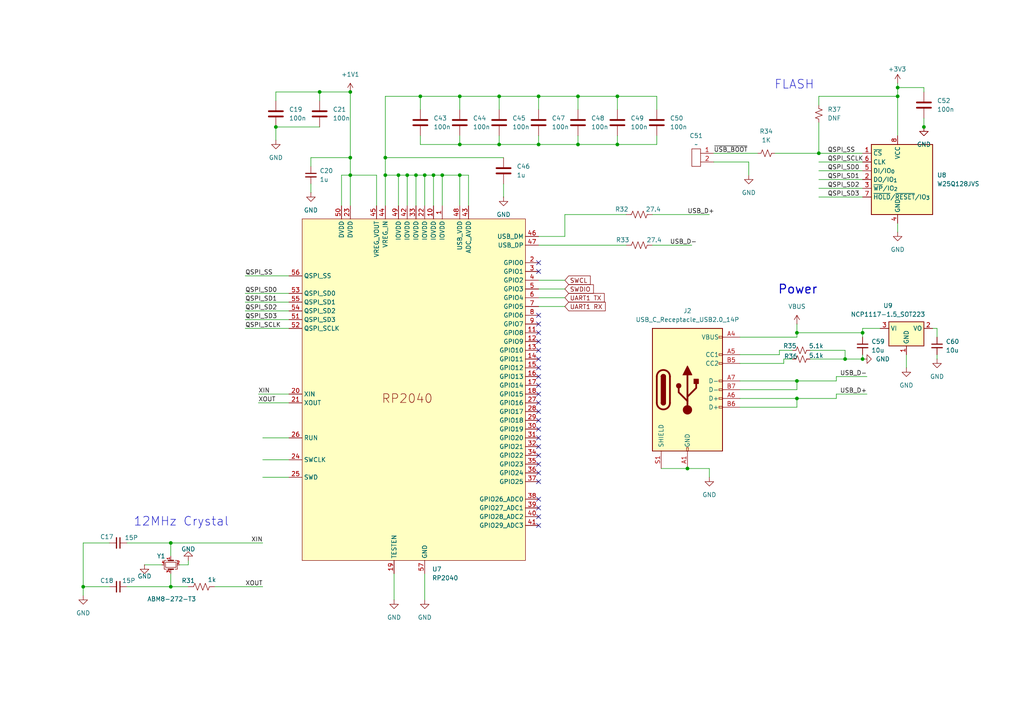
<source format=kicad_sch>
(kicad_sch (version 20250114) (generator "eeschema") (generator_version "9.0")
  (paper "A4")
  (lib_symbols
    (symbol "Connector:USB_C_Receptacle_USB2.0_14P" (pin_names (offset 1.016))
      (property "Reference" "J" (at 0 22.225 0))
      (property "Value" "USB_C_Receptacle_USB2.0_14P" (at 0 19.685 0))
      (symbol "USB_C_Receptacle_USB2.0_14P_0_0"
        (rectangle (start -0.254 -17.78) (end 0.254 -16.764))
        (rectangle (start 10.16 15.494) (end 9.144 14.986))
        (rectangle (start 10.16 10.414) (end 9.144 9.906))
        (rectangle (start 10.16 7.874) (end 9.144 7.366))
        (rectangle (start 10.16 2.794) (end 9.144 2.286))
        (rectangle (start 10.16 0.254) (end 9.144 -0.254))
        (rectangle (start 10.16 -2.286) (end 9.144 -2.794))
        (rectangle (start 10.16 -4.826) (end 9.144 -5.334))
      )
      (symbol "USB_C_Receptacle_USB2.0_14P_0_1"
        (rectangle (start -10.16 17.78) (end 10.16 -17.78) (stroke (width 0.254)) (fill (type background)))
        (polyline (pts (xy -8.89 -3.81) (xy -8.89 3.81)) (stroke (width 0.508)))
        (rectangle (start -7.62 -3.81) (end -6.35 3.81) (stroke (width 0.254)) (fill (type outline)))
        (arc (start -7.62 3.81) (mid -6.985 4.4423) (end -6.35 3.81) (stroke (width 0.254)))
        (arc (start -7.62 3.81) (mid -6.985 4.4423) (end -6.35 3.81) (stroke (width 0.254)) (fill (type outline)))
        (arc (start -8.89 3.81) (mid -6.985 5.7067) (end -5.08 3.81) (stroke (width 0.508)))
        (arc (start -5.08 -3.81) (mid -6.985 -5.7067) (end -8.89 -3.81) (stroke (width 0.508)))
        (arc (start -6.35 -3.81) (mid -6.985 -4.4423) (end -7.62 -3.81) (stroke (width 0.254)))
        (arc (start -6.35 -3.81) (mid -6.985 -4.4423) (end -7.62 -3.81) (stroke (width 0.254)) (fill (type outline)))
        (polyline (pts (xy -5.08 3.81) (xy -5.08 -3.81)) (stroke (width 0.508)))
        (circle (center -2.54 1.143) (radius 0.635) (stroke (width 0.254)) (fill (type outline)))
        (polyline (pts (xy -1.27 4.318) (xy 0 6.858) (xy 1.27 4.318) (xy -1.27 4.318)) (stroke (width 0.254)) (fill (type outline)))
        (polyline (pts (xy 0 -2.032) (xy 2.54 0.508) (xy 2.54 1.778)) (stroke (width 0.508)))
        (polyline (pts (xy 0 -3.302) (xy -2.54 -0.762) (xy -2.54 0.508)) (stroke (width 0.508)))
        (polyline (pts (xy 0 -5.842) (xy 0 4.318)) (stroke (width 0.508)))
        (circle (center 0 -5.842) (radius 1.27) (fill (type outline)))
        (rectangle (start 1.905 1.778) (end 3.175 3.048) (stroke (width 0.254)) (fill (type outline)))
      )
      (symbol "USB_C_Receptacle_USB2.0_14P_1_1"
        (pin passive line (at -7.62 -22.86 90) (length 5.08) (name "SHIELD") (number "S1"))
        (pin passive line (at 0 -22.86 90) (length 5.08) (name "GND") (number "A1"))
        (pin passive line (at 0 -22.86 90) (length 5.08) (hide yes) (name "GND") (number "A12"))
        (pin passive line (at 0 -22.86 90) (length 5.08) (hide yes) (name "GND") (number "B1"))
        (pin passive line (at 0 -22.86 90) (length 5.08) (hide yes) (name "GND") (number "B12"))
        (pin passive line (at 15.24 15.24 180) (length 5.08) (name "VBUS") (number "A4"))
        (pin passive line (at 15.24 15.24 180) (length 5.08) (hide yes) (name "VBUS") (number "A9"))
        (pin passive line (at 15.24 15.24 180) (length 5.08) (hide yes) (name "VBUS") (number "B4"))
        (pin passive line (at 15.24 15.24 180) (length 5.08) (hide yes) (name "VBUS") (number "B9"))
        (pin bidirectional line (at 15.24 10.16 180) (length 5.08) (name "CC1") (number "A5"))
        (pin bidirectional line (at 15.24 7.62 180) (length 5.08) (name "CC2") (number "B5"))
        (pin bidirectional line (at 15.24 2.54 180) (length 5.08) (name "D-") (number "A7"))
        (pin bidirectional line (at 15.24 0 180) (length 5.08) (name "D-") (number "B7"))
        (pin bidirectional line (at 15.24 -2.54 180) (length 5.08) (name "D+") (number "A6"))
        (pin bidirectional line (at 15.24 -5.08 180) (length 5.08) (name "D+") (number "B6"))
      )
    )
    (symbol "Device:C" (pin_numbers (hide yes)) (pin_names (offset 0.254))
      (property "Reference" "C" (at 0.635 2.54 0))
      (property "Value" "C" (at 0.635 -2.54 0))
      (symbol "C_0_1"
        (polyline (pts (xy -2.032 0.762) (xy 2.032 0.762)) (stroke (width 0.508)))
        (polyline (pts (xy -2.032 -0.762) (xy 2.032 -0.762)) (stroke (width 0.508)))
      )
      (symbol "C_1_1"
        (pin passive line (at 0 3.81 270) (length 2.794) (name "~") (number "1"))
        (pin passive line (at 0 -3.81 90) (length 2.794) (name "~") (number "2"))
      )
    )
    (symbol "Device:C_Small" (pin_numbers (hide yes)) (pin_names (offset 0.254) (hide yes))
      (property "Reference" "C" (at 0.254 1.778 0))
      (property "Value" "C_Small" (at 0.254 -2.032 0))
      (symbol "C_Small_0_1"
        (polyline (pts (xy -1.524 0.508) (xy 1.524 0.508)) (stroke (width 0.3048)))
        (polyline (pts (xy -1.524 -0.508) (xy 1.524 -0.508)) (stroke (width 0.3302)))
      )
      (symbol "C_Small_1_1"
        (pin passive line (at 0 2.54 270) (length 2.032) (name "~") (number "1"))
        (pin passive line (at 0 -2.54 90) (length 2.032) (name "~") (number "2"))
      )
    )
    (symbol "Device:Crystal_GND24_Small" (pin_names (offset 1.016) (hide yes))
      (property "Reference" "Y" (at 1.27 4.445 0))
      (property "Value" "Crystal_GND24_Small" (at 1.27 2.54 0))
      (symbol "Crystal_GND24_Small_0_1"
        (polyline (pts (xy -1.27 1.27) (xy -1.27 1.905) (xy 1.27 1.905) (xy 1.27 1.27)))
        (polyline (pts (xy -1.27 -0.762) (xy -1.27 0.762)) (stroke (width 0.381)))
        (polyline (pts (xy -1.27 -1.27) (xy -1.27 -1.905) (xy 1.27 -1.905) (xy 1.27 -1.27)))
        (rectangle (start -0.762 -1.524) (end 0.762 1.524))
        (polyline (pts (xy 1.27 -0.762) (xy 1.27 0.762)) (stroke (width 0.381)))
      )
      (symbol "Crystal_GND24_Small_1_1"
        (pin passive line (at -2.54 0 0) (length 1.27) (name "1") (number "1"))
        (pin passive line (at 0 2.54 270) (length 0.635) (name "4") (number "4"))
        (pin passive line (at 0 -2.54 90) (length 0.635) (name "2") (number "2"))
        (pin passive line (at 2.54 0 180) (length 1.27) (name "3") (number "3"))
      )
    )
    (symbol "Device:R_Small_US" (pin_numbers (hide yes)) (pin_names (offset 0.254) (hide yes))
      (property "Reference" "R" (at 0.762 0.508 0))
      (property "Value" "R_Small_US" (at 0.762 -1.016 0))
      (symbol "R_Small_US_1_1"
        (polyline (pts (xy 0 1.524) (xy 1.016 1.143) (xy 0 0.762) (xy -1.016 0.381) (xy 0 0)))
        (polyline (pts (xy 0 0) (xy 1.016 -0.381) (xy 0 -0.762) (xy -1.016 -1.143) (xy 0 -1.524)))
        (pin passive line (at 0 2.54 270) (length 1.016) (name "~") (number "1"))
        (pin passive line (at 0 -2.54 90) (length 1.016) (name "~") (number "2"))
      )
    )
    (symbol "Device:R_US" (pin_numbers (hide yes)) (pin_names (offset 0))
      (property "Reference" "R" (at 2.54 0 90))
      (property "Value" "R_US" (at -2.54 0 90))
      (symbol "R_US_0_1"
        (polyline (pts (xy 0 2.286) (xy 0 2.54)))
        (polyline (pts (xy 0 2.286) (xy 1.016 1.905) (xy 0 1.524) (xy -1.016 1.143) (xy 0 0.762)))
        (polyline (pts (xy 0 0.762) (xy 1.016 0.381) (xy 0 0) (xy -1.016 -0.381) (xy 0 -0.762)))
        (polyline (pts (xy 0 -0.762) (xy 1.016 -1.143) (xy 0 -1.524) (xy -1.016 -1.905) (xy 0 -2.286)))
        (polyline (pts (xy 0 -2.286) (xy 0 -2.54)))
      )
      (symbol "R_US_1_1"
        (pin passive line (at 0 3.81 270) (length 1.27) (name "~") (number "1"))
        (pin passive line (at 0 -3.81 90) (length 1.27) (name "~") (number "2"))
      )
    )
    (symbol "Memory_Flash:W25Q128JVS"
      (property "Reference" "U" (at -6.35 11.43 0))
      (property "Value" "W25Q128JVS" (at 7.62 11.43 0))
      (symbol "W25Q128JVS_0_1"
        (rectangle (start -7.62 10.16) (end 10.16 -10.16) (stroke (width 0.254)) (fill (type background)))
      )
      (symbol "W25Q128JVS_1_1"
        (pin input line (at -10.16 7.62 0) (length 2.54) (name "~{CS}") (number "1"))
        (pin input line (at -10.16 5.08 0) (length 2.54) (name "CLK") (number "6"))
        (pin bidirectional line (at -10.16 2.54 0) (length 2.54) (name "DI/IO_{0}") (number "5"))
        (pin bidirectional line (at -10.16 0 0) (length 2.54) (name "DO/IO_{1}") (number "2"))
        (pin bidirectional line (at -10.16 -2.54 0) (length 2.54) (name "~{WP}/IO_{2}") (number "3"))
        (pin bidirectional line (at -10.16 -5.08 0) (length 2.54) (name "~{HOLD}/~{RESET}/IO_{3}") (number "7"))
        (pin power_in line (at 0 12.7 270) (length 2.54) (name "VCC") (number "8"))
        (pin power_in line (at 0 -12.7 90) (length 2.54) (name "GND") (number "4"))
      )
    )
    (symbol "Regulator_Linear:NCP1117-1.5_SOT223"
      (property "Reference" "U" (at -3.81 3.175 0))
      (property "Value" "NCP1117-1.5_SOT223" (at 0 3.175 0))
      (symbol "NCP1117-1.5_SOT223_0_1"
        (rectangle (start -5.08 -5.08) (end 5.08 1.905) (stroke (width 0.254)) (fill (type background)))
      )
      (symbol "NCP1117-1.5_SOT223_1_1"
        (pin power_in line (at -7.62 0 0) (length 2.54) (name "VI") (number "3"))
        (pin power_in line (at 0 -7.62 90) (length 2.54) (name "GND") (number "1"))
        (pin power_out line (at 7.62 0 180) (length 2.54) (name "VO") (number "2"))
      )
    )
    (symbol "componentes_personalizados:conn_01x02"
      (property "Reference" "C" (at 0 0 0))
      (symbol "conn_01x02_0_1"
        (rectangle (start 1.27 -2.54) (end 3.81 -7.62))
      )
      (symbol "conn_01x02_1_1"
        (pin power_in line (at 7.62 -3.81 180) (length 3.81) (name "") (number "1"))
        (pin power_in line (at 7.62 -6.35 180) (length 3.81) (name "") (number "2"))
      )
    )
    (symbol "componentes_personalizados:new_rp2040"
      (property "Reference" "U" (at 0 2.54 0))
      (property "Value" "RP2040" (at 3.048 0.508 0))
      (symbol "new_rp2040_1_1"
        (rectangle (start 0 -1.27) (end 64.77 -100.33) (fill (type background)))
        (text "RP2040\n" (at 30.48 -53.34 0) (effects (font (size 2.54 2.54))))
        (pin bidirectional line (at -3.81 -17.78 0) (length 3.81) (name "QSPI_SS") (number "56"))
        (pin bidirectional line (at -3.81 -22.86 0) (length 3.81) (name "QSPI_SD0") (number "53"))
        (pin bidirectional line (at -3.81 -25.4 0) (length 3.81) (name "QSPI_SD1") (number "55"))
        (pin bidirectional line (at -3.81 -27.94 0) (length 3.81) (name "QSPI_SD2") (number "54"))
        (pin bidirectional line (at -3.81 -30.48 0) (length 3.81) (name "QSPI_SD3") (number "51"))
        (pin output line (at -3.81 -33.02 0) (length 3.81) (name "QSPI_SCLK") (number "52"))
        (pin input line (at -3.81 -52.07 0) (length 3.81) (name "XIN") (number "20"))
        (pin passive line (at -3.81 -54.61 0) (length 3.81) (name "XOUT") (number "21"))
        (pin input line (at -3.81 -64.77 0) (length 3.81) (name "RUN") (number "26"))
        (pin input line (at -3.81 -71.12 0) (length 3.81) (name "SWCLK") (number "24"))
        (pin bidirectional line (at -3.81 -76.2 0) (length 3.81) (name "SWD") (number "25"))
        (pin power_out line (at 11.43 2.54 270) (length 3.81) (name "DVDD") (number "50"))
        (pin power_in line (at 13.97 2.54 270) (length 3.81) (name "DVDD") (number "23"))
        (pin power_out line (at 21.59 2.54 270) (length 3.81) (name "VREG_VOUT") (number "45"))
        (pin power_in line (at 24.13 2.54 270) (length 3.81) (name "VREG_IN") (number "44"))
        (pin passive line (at 24.13 2.54 270) (length 3.81) (hide yes) (name "DVDD") (number "50"))
        (pin input line (at 26.67 -104.14 90) (length 3.81) (name "TESTEN") (number "19"))
        (pin power_in line (at 27.94 2.54 270) (length 3.81) (name "IOVDD") (number "49"))
        (pin passive line (at 29.21 2.54 270) (length 3.81) (hide yes) (name "IOVDD") (number "10"))
        (pin passive line (at 29.21 2.54 270) (length 3.81) (hide yes) (name "IOVDD") (number "22"))
        (pin passive line (at 29.21 2.54 270) (length 3.81) (hide yes) (name "IOVDD") (number "33"))
        (pin passive line (at 29.21 2.54 270) (length 3.81) (hide yes) (name "IOVDD") (number "42"))
        (pin passive line (at 29.21 2.54 270) (length 3.81) (hide yes) (name "IOVDD") (number "49"))
        (pin power_in line (at 30.48 2.54 270) (length 3.81) (name "IOVDD") (number "42"))
        (pin power_in line (at 33.02 2.54 270) (length 3.81) (name "IOVDD") (number "33"))
        (pin power_in line (at 35.56 2.54 270) (length 3.81) (name "IOVDD") (number "22"))
        (pin power_in line (at 35.56 -104.14 90) (length 3.81) (name "GND") (number "57"))
        (pin power_in line (at 38.1 2.54 270) (length 3.81) (name "IOVDD") (number "10"))
        (pin power_in line (at 40.64 2.54 270) (length 3.81) (name "IOVDD") (number "1"))
        (pin power_in line (at 45.72 2.54 270) (length 3.81) (name "USB_VDD") (number "48"))
        (pin power_in line (at 48.26 2.54 270) (length 3.81) (name "ADC_AVDD") (number "43"))
        (pin bidirectional line (at 68.58 -6.35 180) (length 3.81) (name "USB_DM") (number "46"))
        (pin bidirectional line (at 68.58 -8.89 180) (length 3.81) (name "USB_DP") (number "47"))
        (pin bidirectional line (at 68.58 -13.97 180) (length 3.81) (name "GPIO0") (number "2"))
        (pin bidirectional line (at 68.58 -16.51 180) (length 3.81) (name "GPIO1") (number "3"))
        (pin bidirectional line (at 68.58 -19.05 180) (length 3.81) (name "GPIO2") (number "4"))
        (pin bidirectional line (at 68.58 -21.59 180) (length 3.81) (name "GPIO3") (number "5"))
        (pin bidirectional line (at 68.58 -24.13 180) (length 3.81) (name "GPIO4") (number "6"))
        (pin bidirectional line (at 68.58 -26.67 180) (length 3.81) (name "GPIO5") (number "7"))
        (pin bidirectional line (at 68.58 -29.21 180) (length 3.81) (name "GPIO6") (number "8"))
        (pin bidirectional line (at 68.58 -31.75 180) (length 3.81) (name "GPIO7") (number "9"))
        (pin bidirectional line (at 68.58 -34.29 180) (length 3.81) (name "GPIO8") (number "11"))
        (pin bidirectional line (at 68.58 -36.83 180) (length 3.81) (name "GPIO9") (number "12"))
        (pin bidirectional line (at 68.58 -39.37 180) (length 3.81) (name "GPIO10") (number "13"))
        (pin bidirectional line (at 68.58 -41.91 180) (length 3.81) (name "GPIO11") (number "14"))
        (pin bidirectional line (at 68.58 -44.45 180) (length 3.81) (name "GPIO12") (number "15"))
        (pin bidirectional line (at 68.58 -46.99 180) (length 3.81) (name "GPIO13") (number "16"))
        (pin bidirectional line (at 68.58 -49.53 180) (length 3.81) (name "GPIO14") (number "17"))
        (pin bidirectional line (at 68.58 -52.07 180) (length 3.81) (name "GPIO15") (number "18"))
        (pin bidirectional line (at 68.58 -54.61 180) (length 3.81) (name "GPIO16") (number "27"))
        (pin bidirectional line (at 68.58 -57.15 180) (length 3.81) (name "GPIO17") (number "28"))
        (pin bidirectional line (at 68.58 -59.69 180) (length 3.81) (name "GPIO18") (number "29"))
        (pin bidirectional line (at 68.58 -62.23 180) (length 3.81) (name "GPIO19") (number "30"))
        (pin bidirectional line (at 68.58 -64.77 180) (length 3.81) (name "GPIO20") (number "31"))
        (pin bidirectional line (at 68.58 -67.31 180) (length 3.81) (name "GPIO21") (number "32"))
        (pin bidirectional line (at 68.58 -69.85 180) (length 3.81) (name "GPIO22") (number "34"))
        (pin bidirectional line (at 68.58 -72.39 180) (length 3.81) (name "GPIO23") (number "35"))
        (pin bidirectional line (at 68.58 -74.93 180) (length 3.81) (name "GPIO24") (number "36"))
        (pin bidirectional line (at 68.58 -77.47 180) (length 3.81) (name "GPIO25") (number "37"))
        (pin bidirectional line (at 68.58 -82.55 180) (length 3.81) (name "GPIO26_ADC0") (number "38"))
        (pin bidirectional line (at 68.58 -85.09 180) (length 3.81) (name "GPIO27_ADC1") (number "39"))
        (pin bidirectional line (at 68.58 -87.63 180) (length 3.81) (name "GPIO28_ADC2") (number "40"))
        (pin bidirectional line (at 68.58 -90.17 180) (length 3.81) (name "GPIO29_ADC3") (number "41"))
      )
    )
    (symbol "power:GND" (power) (pin_numbers (hide yes)) (pin_names (offset 0) (hide yes))
      (property "Value" "GND" (at 0 -3.81 0))
      (symbol "GND_0_1"
        (polyline (pts (xy 0 0) (xy 0 -1.27) (xy 1.27 -1.27) (xy 0 -2.54) (xy -1.27 -1.27) (xy 0 -1.27)))
      )
      (symbol "GND_1_1"
        (pin power_in line (at 0 0 270) (length 0) (name "~") (number "1"))
      )
    )
    (symbol "power:VBUS" (power) (pin_numbers (hide yes)) (pin_names (offset 0) (hide yes))
      (property "Value" "VBUS" (at 0 3.556 0))
      (symbol "VBUS_0_1"
        (polyline (pts (xy -0.762 1.27) (xy 0 2.54)))
        (polyline (pts (xy 0 2.54) (xy 0.762 1.27)))
        (polyline (pts (xy 0 0) (xy 0 2.54)))
      )
      (symbol "VBUS_1_1"
        (pin power_in line (at 0 0 90) (length 0) (name "~") (number "1"))
      )
    )
  )
  (text "Power" (at 231.394 84.074 0) (effects (font (size 2.54 2.54) (thickness 0.3175))))
  (text "FLASH\n" (at 230.378 24.638 0) (effects (font (size 2.54 2.54))))
  (text "12MHz Crystal" (at 52.578 151.384 0) (effects (font (size 2.54 2.54))))
  (junction (at 80.01 36.83))
  (junction (at 260.35 27.94))
  (junction (at 49.53 170.18))
  (junction (at 156.21 41.91))
  (junction (at 144.78 27.94))
  (junction (at 101.6 50.8))
  (junction (at 115.57 50.8))
  (junction (at 133.35 27.94))
  (junction (at 156.21 27.94))
  (junction (at 92.71 26.67))
  (junction (at 128.27 50.8))
  (junction (at 118.11 50.8))
  (junction (at 199.39 135.89))
  (junction (at 101.6 45.72))
  (junction (at 167.64 27.94))
  (junction (at 101.6 26.67))
  (junction (at 260.35 25.4))
  (junction (at 250.19 96.52))
  (junction (at 49.53 157.48))
  (junction (at 125.73 50.8))
  (junction (at 120.65 50.8))
  (junction (at 267.97 36.83))
  (junction (at 167.64 41.91))
  (junction (at 133.35 50.8))
  (junction (at 245.11 104.14))
  (junction (at 121.92 27.94))
  (junction (at 144.78 41.91))
  (junction (at 24.13 170.18))
  (junction (at 250.19 104.14))
  (junction (at 231.14 115.57))
  (junction (at 133.35 41.91))
  (junction (at 237.49 44.45))
  (junction (at 231.14 96.52))
  (junction (at 231.14 110.49))
  (junction (at 123.19 50.8))
  (junction (at 179.07 41.91))
  (junction (at 179.07 27.94))
  (junction (at 111.76 45.72))
  (junction (at 111.76 50.8))
  (no_connect (at 156.21 132.08))
  (no_connect (at 156.21 137.16))
  (no_connect (at 156.21 111.76))
  (no_connect (at 156.21 104.14))
  (no_connect (at 156.21 147.32))
  (no_connect (at 156.21 76.2))
  (no_connect (at 156.21 134.62))
  (no_connect (at 156.21 96.52))
  (no_connect (at 156.21 78.74))
  (no_connect (at 156.21 121.92))
  (no_connect (at 156.21 139.7))
  (no_connect (at 156.21 119.38))
  (no_connect (at 156.21 127))
  (no_connect (at 156.21 114.3))
  (no_connect (at 156.21 91.44))
  (no_connect (at 156.21 93.98))
  (no_connect (at 156.21 149.86))
  (no_connect (at 156.21 106.68))
  (no_connect (at 156.21 152.4))
  (no_connect (at 156.21 99.06))
  (no_connect (at 156.21 124.46))
  (no_connect (at 156.21 116.84))
  (no_connect (at 156.21 109.22))
  (no_connect (at 156.21 129.54))
  (no_connect (at 156.21 144.78))
  (no_connect (at 156.21 101.6))
  (wire (pts (xy 190.5 27.94) (xy 190.5 31.75)))
  (wire (pts (xy 267.97 34.29) (xy 267.97 36.83)))
  (wire (pts (xy 133.35 50.8) (xy 135.89 50.8)))
  (wire (pts (xy 250.19 95.25) (xy 255.27 95.25)))
  (wire (pts (xy 125.73 50.8) (xy 128.27 50.8)))
  (wire (pts (xy 237.49 57.15) (xy 250.19 57.15)))
  (wire (pts (xy 226.06 102.87) (xy 226.06 101.6)))
  (wire (pts (xy 71.12 92.71) (xy 83.82 92.71)))
  (wire (pts (xy 242.57 109.22) (xy 251.46 109.22)))
  (wire (pts (xy 133.35 27.94) (xy 133.35 31.75)))
  (wire (pts (xy 237.49 49.53) (xy 250.19 49.53)))
  (wire (pts (xy 260.35 25.4) (xy 267.97 25.4)))
  (wire (pts (xy 71.12 87.63) (xy 83.82 87.63)))
  (wire (pts (xy 189.23 62.23) (xy 205.74 62.23)))
  (wire (pts (xy 190.5 39.37) (xy 190.5 41.91)))
  (wire (pts (xy 167.64 41.91) (xy 179.07 41.91)))
  (wire (pts (xy 128.27 50.8) (xy 133.35 50.8)))
  (wire (pts (xy 199.39 135.89) (xy 205.74 135.89)))
  (wire (pts (xy 271.78 102.87) (xy 271.78 104.14)))
  (wire (pts (xy 128.27 50.8) (xy 128.27 59.69)))
  (wire (pts (xy 260.35 64.77) (xy 260.35 67.31)))
  (wire (pts (xy 74.93 116.84) (xy 83.82 116.84)))
  (wire (pts (xy 260.35 24.13) (xy 260.35 25.4)))
  (wire (pts (xy 214.63 102.87) (xy 226.06 102.87)))
  (wire (pts (xy 90.17 53.34) (xy 90.17 55.88)))
  (wire (pts (xy 24.13 157.48) (xy 24.13 170.18)))
  (wire (pts (xy 237.49 54.61) (xy 250.19 54.61)))
  (wire (pts (xy 71.12 95.25) (xy 83.82 95.25)))
  (wire (pts (xy 101.6 45.72) (xy 101.6 50.8)))
  (wire (pts (xy 49.53 166.37) (xy 49.53 170.18)))
  (wire (pts (xy 101.6 26.67) (xy 101.6 45.72)))
  (wire (pts (xy 242.57 114.3) (xy 251.46 114.3)))
  (wire (pts (xy 260.35 25.4) (xy 260.35 27.94)))
  (wire (pts (xy 156.21 88.9) (xy 163.83 88.9)))
  (wire (pts (xy 49.53 157.48) (xy 76.2 157.48)))
  (wire (pts (xy 167.64 27.94) (xy 179.07 27.94)))
  (wire (pts (xy 123.19 166.37) (xy 123.19 173.99)))
  (wire (pts (xy 231.14 97.79) (xy 231.14 96.52)))
  (wire (pts (xy 214.63 110.49) (xy 231.14 110.49)))
  (wire (pts (xy 111.76 50.8) (xy 115.57 50.8)))
  (wire (pts (xy 242.57 114.3) (xy 242.57 115.57)))
  (wire (pts (xy 179.07 27.94) (xy 190.5 27.94)))
  (wire (pts (xy 156.21 83.82) (xy 163.83 83.82)))
  (wire (pts (xy 133.35 41.91) (xy 144.78 41.91)))
  (wire (pts (xy 231.14 96.52) (xy 250.19 96.52)))
  (wire (pts (xy 71.12 90.17) (xy 83.82 90.17)))
  (wire (pts (xy 231.14 93.98) (xy 231.14 96.52)))
  (wire (pts (xy 156.21 86.36) (xy 163.83 86.36)))
  (wire (pts (xy 80.01 26.67) (xy 80.01 29.21)))
  (wire (pts (xy 120.65 50.8) (xy 123.19 50.8)))
  (wire (pts (xy 54.61 163.83) (xy 54.61 162.56)))
  (wire (pts (xy 101.6 50.8) (xy 101.6 59.69)))
  (wire (pts (xy 111.76 27.94) (xy 121.92 27.94)))
  (wire (pts (xy 111.76 45.72) (xy 146.05 45.72)))
  (wire (pts (xy 179.07 41.91) (xy 190.5 41.91)))
  (wire (pts (xy 144.78 27.94) (xy 144.78 31.75)))
  (wire (pts (xy 227.33 105.41) (xy 227.33 104.14)))
  (wire (pts (xy 271.78 95.25) (xy 271.78 97.79)))
  (wire (pts (xy 120.65 50.8) (xy 120.65 59.69)))
  (wire (pts (xy 123.19 50.8) (xy 123.19 59.69)))
  (wire (pts (xy 270.51 95.25) (xy 271.78 95.25)))
  (wire (pts (xy 31.75 157.48) (xy 24.13 157.48)))
  (wire (pts (xy 262.89 102.87) (xy 262.89 106.68)))
  (wire (pts (xy 237.49 46.99) (xy 250.19 46.99)))
  (wire (pts (xy 125.73 50.8) (xy 125.73 59.69)))
  (wire (pts (xy 179.07 39.37) (xy 179.07 41.91)))
  (wire (pts (xy 156.21 41.91) (xy 167.64 41.91)))
  (wire (pts (xy 207.01 44.45) (xy 219.71 44.45)))
  (wire (pts (xy 24.13 170.18) (xy 31.75 170.18)))
  (wire (pts (xy 167.64 27.94) (xy 167.64 31.75)))
  (wire (pts (xy 133.35 27.94) (xy 144.78 27.94)))
  (wire (pts (xy 167.64 39.37) (xy 167.64 41.91)))
  (wire (pts (xy 227.33 104.14) (xy 229.87 104.14)))
  (wire (pts (xy 144.78 41.91) (xy 156.21 41.91)))
  (wire (pts (xy 144.78 39.37) (xy 144.78 41.91)))
  (wire (pts (xy 76.2 127) (xy 83.82 127)))
  (wire (pts (xy 62.23 170.18) (xy 76.2 170.18)))
  (wire (pts (xy 115.57 50.8) (xy 118.11 50.8)))
  (wire (pts (xy 156.21 27.94) (xy 156.21 31.75)))
  (wire (pts (xy 156.21 81.28) (xy 163.83 81.28)))
  (wire (pts (xy 76.2 133.35) (xy 83.82 133.35)))
  (wire (pts (xy 250.19 95.25) (xy 250.19 96.52)))
  (wire (pts (xy 36.83 170.18) (xy 49.53 170.18)))
  (wire (pts (xy 237.49 52.07) (xy 250.19 52.07)))
  (wire (pts (xy 80.01 36.83) (xy 80.01 40.64)))
  (wire (pts (xy 214.63 105.41) (xy 227.33 105.41)))
  (wire (pts (xy 250.19 102.87) (xy 250.19 104.14)))
  (wire (pts (xy 224.79 44.45) (xy 237.49 44.45)))
  (wire (pts (xy 146.05 53.34) (xy 146.05 57.15)))
  (wire (pts (xy 133.35 50.8) (xy 133.35 59.69)))
  (wire (pts (xy 214.63 97.79) (xy 231.14 97.79)))
  (wire (pts (xy 71.12 80.01) (xy 83.82 80.01)))
  (wire (pts (xy 207.01 46.99) (xy 217.17 46.99)))
  (wire (pts (xy 260.35 27.94) (xy 260.35 39.37)))
  (wire (pts (xy 101.6 45.72) (xy 90.17 45.72)))
  (wire (pts (xy 90.17 45.72) (xy 90.17 48.26)))
  (wire (pts (xy 163.83 62.23) (xy 181.61 62.23)))
  (wire (pts (xy 205.74 135.89) (xy 205.74 138.43)))
  (wire (pts (xy 121.92 27.94) (xy 121.92 31.75)))
  (wire (pts (xy 109.22 50.8) (xy 101.6 50.8)))
  (wire (pts (xy 237.49 27.94) (xy 260.35 27.94)))
  (wire (pts (xy 250.19 96.52) (xy 250.19 97.79)))
  (wire (pts (xy 49.53 170.18) (xy 54.61 170.18)))
  (wire (pts (xy 92.71 26.67) (xy 92.71 29.21)))
  (wire (pts (xy 118.11 50.8) (xy 118.11 59.69)))
  (wire (pts (xy 189.23 71.12) (xy 200.66 71.12)))
  (wire (pts (xy 49.53 157.48) (xy 49.53 161.29)))
  (wire (pts (xy 133.35 39.37) (xy 133.35 41.91)))
  (wire (pts (xy 237.49 44.45) (xy 250.19 44.45)))
  (wire (pts (xy 52.07 163.83) (xy 54.61 163.83)))
  (wire (pts (xy 118.11 50.8) (xy 120.65 50.8)))
  (wire (pts (xy 234.95 104.14) (xy 245.11 104.14)))
  (wire (pts (xy 242.57 110.49) (xy 231.14 110.49)))
  (wire (pts (xy 24.13 170.18) (xy 24.13 172.72)))
  (wire (pts (xy 156.21 39.37) (xy 156.21 41.91)))
  (wire (pts (xy 109.22 59.69) (xy 109.22 50.8)))
  (wire (pts (xy 41.91 163.83) (xy 46.99 163.83)))
  (wire (pts (xy 123.19 50.8) (xy 125.73 50.8)))
  (wire (pts (xy 115.57 50.8) (xy 115.57 59.69)))
  (wire (pts (xy 245.11 101.6) (xy 245.11 104.14)))
  (wire (pts (xy 234.95 101.6) (xy 245.11 101.6)))
  (wire (pts (xy 92.71 26.67) (xy 101.6 26.67)))
  (wire (pts (xy 76.2 138.43) (xy 83.82 138.43)))
  (wire (pts (xy 237.49 27.94) (xy 237.49 30.48)))
  (wire (pts (xy 217.17 46.99) (xy 217.17 50.8)))
  (wire (pts (xy 36.83 157.48) (xy 49.53 157.48)))
  (wire (pts (xy 71.12 85.09) (xy 83.82 85.09)))
  (wire (pts (xy 111.76 45.72) (xy 111.76 27.94)))
  (wire (pts (xy 214.63 115.57) (xy 231.14 115.57)))
  (wire (pts (xy 231.14 110.49) (xy 231.14 113.03)))
  (wire (pts (xy 245.11 104.14) (xy 250.19 104.14)))
  (wire (pts (xy 111.76 50.8) (xy 111.76 45.72)))
  (wire (pts (xy 242.57 109.22) (xy 242.57 110.49)))
  (wire (pts (xy 191.77 135.89) (xy 199.39 135.89)))
  (wire (pts (xy 179.07 27.94) (xy 179.07 31.75)))
  (wire (pts (xy 121.92 39.37) (xy 121.92 41.91)))
  (wire (pts (xy 111.76 59.69) (xy 111.76 50.8)))
  (wire (pts (xy 156.21 27.94) (xy 167.64 27.94)))
  (wire (pts (xy 121.92 41.91) (xy 133.35 41.91)))
  (wire (pts (xy 144.78 27.94) (xy 156.21 27.94)))
  (wire (pts (xy 156.21 71.12) (xy 181.61 71.12)))
  (wire (pts (xy 267.97 25.4) (xy 267.97 26.67)))
  (wire (pts (xy 135.89 50.8) (xy 135.89 59.69)))
  (wire (pts (xy 80.01 26.67) (xy 92.71 26.67)))
  (wire (pts (xy 231.14 113.03) (xy 214.63 113.03)))
  (wire (pts (xy 231.14 115.57) (xy 231.14 118.11)))
  (wire (pts (xy 114.3 166.37) (xy 114.3 173.99)))
  (wire (pts (xy 231.14 118.11) (xy 214.63 118.11)))
  (wire (pts (xy 101.6 50.8) (xy 99.06 50.8)))
  (wire (pts (xy 163.83 68.58) (xy 163.83 62.23)))
  (wire (pts (xy 156.21 68.58) (xy 163.83 68.58)))
  (wire (pts (xy 242.57 115.57) (xy 231.14 115.57)))
  (wire (pts (xy 80.01 36.83) (xy 92.71 36.83)))
  (wire (pts (xy 226.06 101.6) (xy 229.87 101.6)))
  (wire (pts (xy 99.06 50.8) (xy 99.06 59.69)))
  (wire (pts (xy 121.92 27.94) (xy 133.35 27.94)))
  (wire (pts (xy 74.93 114.3) (xy 83.82 114.3)))
  (wire (pts (xy 237.49 35.56) (xy 237.49 44.45)))
  (label "QSPI_SD3" (at 240.03 57.15 0))
  (label "USB_D-" (at 194.31 71.12 0))
  (label "USB_D-" (at 251.46 109.22 180))
  (label "QSPI_SD0" (at 71.12 85.09 0))
  (label "XIN" (at 76.2 157.48 180))
  (label "~{USB_BOOT}" (at 207.01 44.45 0))
  (label "XOUT" (at 74.93 116.84 0))
  (label "QSPI_SD1" (at 240.03 52.07 0))
  (label "QSPI_SD2" (at 71.12 90.17 0))
  (label "QSPI_SD2" (at 240.03 54.61 0))
  (label "QSPI_SCLK" (at 240.03 46.99 0))
  (label "QSPI_SD0" (at 240.03 49.53 0))
  (label "QSPI_SD3" (at 71.12 92.71 0))
  (label "USB_D+" (at 199.39 62.23 0))
  (label "XIN" (at 74.93 114.3 0))
  (label "QSPI_SS" (at 71.12 80.01 0))
  (label "QSPI_SCLK" (at 71.12 95.25 0))
  (label "XOUT" (at 76.2 170.18 180))
  (label "USB_D+" (at 251.46 114.3 180))
  (label "QSPI_SD1" (at 71.12 87.63 0))
  (label "QSPI_SS" (at 240.03 44.45 0))
  (global_label "SWCL" (shape input) (at 163.83 81.28 0) (property "Intersheetrefs" "${INTERSHEET_REFS}" (effects (hide yes))))
  (global_label "UART1 TX" (shape input) (at 163.83 86.36 0) (property "Intersheetrefs" "${INTERSHEET_REFS}" (effects (hide yes))))
  (global_label "SWDIO" (shape input) (at 163.83 83.82 0) (property "Intersheetrefs" "${INTERSHEET_REFS}" (effects (hide yes))))
  (global_label "UART1 RX" (shape input) (at 163.83 88.9 0) (property "Intersheetrefs" "${INTERSHEET_REFS}" (effects (hide yes))))
  (symbol (lib_id "Device:C_Small") (at 90.17 50.8 0) (unit 1)
    (property "Reference" "C20" (at 92.71 49.5362 0) (effects (justify left)))
    (property "Value" "1u" (at 92.71 52.0762 0) (effects (justify left)))
    (property "Footprint" "Capacitor_SMD:C_0402_1005Metric" (effects (hide yes)))
    (property "Datasheet" "https://www.digikey.com.br/pt/products/detail/murata-electronics/GRM155R61A106ME11D/12091056" (effects (hide yes)))
    (property "Description" "Unpolarized capacitor, small symbol" (effects (hide yes)))
  )
  (symbol (lib_id "power:GND") (at 24.13 172.72 0) (unit 1)
    (property "Reference" "#PWR079" (effects (hide yes)))
    (property "Value" "GND" (at 24.13 177.8 0))
    (property "Description" "Power symbol creates a global label with name \"GND\" , ground" (effects (hide yes)))
  )
  (symbol (lib_id "componentes_personalizados:conn_01x02") (at 199.39 40.64 0) (unit 1)
    (property "Reference" "C51" (at 201.93 39.37 0))
    (property "Value" "~" (at 201.93 41.91 0))
  )
  (symbol (lib_id "power:GND") (at 260.35 67.31 0) (unit 1)
    (property "Reference" "#PWR093" (effects (hide yes)))
    (property "Value" "GND" (at 260.35 72.39 0))
    (property "Description" "Power symbol creates a global label with name \"GND\" , ground" (effects (hide yes)))
  )
  (symbol (lib_id "power:GND") (at 262.89 106.68 0) (unit 1)
    (property "Reference" "#PWR094" (effects (hide yes)))
    (property "Value" "GND" (at 262.89 111.76 0))
    (property "Description" "Power symbol creates a global label with name \"GND\" , ground" (effects (hide yes)))
  )
  (symbol (lib_id "Device:C_Small") (at 271.78 100.33 0) (unit 1)
    (property "Reference" "C60" (at 274.32 99.0662 0) (effects (justify left)))
    (property "Value" "10u" (at 274.32 101.6062 0) (effects (justify left)))
    (property "Footprint" "Capacitor_SMD:C_0402_1005Metric" (effects (hide yes)))
    (property "Datasheet" "https://www.digikey.com.br/pt/products/detail/murata-electronics/GRM155R61A106ME11D/12091056" (effects (hide yes)))
    (property "Description" "Unpolarized capacitor, small symbol" (effects (hide yes)))
  )
  (symbol (lib_id "componentes_personalizados:new_rp2040") (at 87.63 62.23 0) (unit 1)
    (property "Reference" "U7" (at 125.3333 165.1 0) (effects (justify left)))
    (property "Value" "RP2040" (at 125.3333 167.64 0) (effects (justify left)))
  )
  (symbol (lib_id "power:VBUS") (at 231.14 93.98 0) (unit 1)
    (property "Reference" "#PWR090" (effects (hide yes)))
    (property "Value" "VBUS" (at 231.14 88.9 0))
    (property "Description" "Power symbol creates a global label with name \"VBUS\"" (effects (hide yes)))
  )
  (symbol (lib_id "Device:R_US") (at 185.42 71.12 90) (unit 1)
    (property "Reference" "R33" (at 180.594 69.596 90))
    (property "Value" "27.4" (at 189.738 69.596 90))
    (property "Footprint" "CR0402-FX-27R4GLF" (effects (hide yes)))
    (property "Datasheet" "https://www.digikey.com.br/en/products/detail/bourns-inc/CR0402-FX-27R4GLF/3783281" (effects (hide yes)))
    (property "Description" "Resistor, US symbol" (effects (hide yes)))
  )
  (symbol (lib_id "Device:R_Small_US") (at 232.41 104.14 270) (unit 1)
    (property "Reference" "R36" (at 229.362 103.378 90))
    (property "Value" "5.1k" (at 236.728 103.124 90))
    (property "Footprint" "Resistor_SMD:R_0402_1005Metric" (effects (hide yes)))
    (property "Datasheet" "https://www.digikey.com.br/pt/products/detail/panasonic-electronic-components/ERA-2AEB512X/1706022" (effects (hide yes)))
    (property "Description" "Resistor, small US symbol" (effects (hide yes)))
  )
  (symbol (lib_id "power:GND") (at 271.78 104.14 0) (unit 1)
    (property "Reference" "#PWR097" (effects (hide yes)))
    (property "Value" "GND" (at 271.78 109.22 0))
    (property "Description" "Power symbol creates a global label with name \"GND\" , ground" (effects (hide yes)))
  )
  (symbol (lib_id "power:GND") (at 114.3 173.99 0) (unit 1)
    (property "Reference" "#PWR085" (effects (hide yes)))
    (property "Value" "GND" (at 114.3 179.07 0))
    (property "Description" "Power symbol creates a global label with name \"GND\" , ground" (effects (hide yes)))
  )
  (symbol (lib_id "Device:C") (at 156.21 35.56 0) (unit 1)
    (property "Reference" "C47" (at 160.02 34.2899 0) (effects (justify left)))
    (property "Value" "100n" (at 160.02 36.8299 0) (effects (justify left)))
    (property "Footprint" "Capacitor_SMD:C_0402_1005Metric" (effects (hide yes)))
    (property "Datasheet" "https://www.digikey.com.br/pt/products/detail/samsung-electro-mechanics/CL05B104KP5NNNC/3886660" (effects (hide yes)))
    (property "Description" "Unpolarized capacitor" (effects (hide yes)))
  )
  (symbol (lib_id "power:GND") (at 146.05 57.15 0) (unit 1)
    (property "Reference" "#PWR087" (effects (hide yes)))
    (property "Value" "GND" (at 146.05 62.23 0))
    (property "Description" "Power symbol creates a global label with name \"GND\" , ground" (effects (hide yes)))
  )
  (symbol (lib_id "power:GND") (at 250.19 104.14 90) (unit 1)
    (property "Reference" "#PWR091" (effects (hide yes)))
    (property "Value" "GND" (at 254 104.1399 90) (effects (justify right)))
    (property "Description" "Power symbol creates a global label with name \"GND\" , ground" (effects (hide yes)))
  )
  (symbol (lib_id "Device:C") (at 121.92 35.56 0) (unit 1)
    (property "Reference" "C43" (at 125.73 34.2899 0) (effects (justify left)))
    (property "Value" "100n" (at 125.73 36.8299 0) (effects (justify left)))
    (property "Footprint" "Capacitor_SMD:C_0402_1005Metric" (effects (hide yes)))
    (property "Datasheet" "https://www.digikey.com.br/pt/products/detail/samsung-electro-mechanics/CL05B104KP5NNNC/3886660" (effects (hide yes)))
    (property "Description" "Unpolarized capacitor" (effects (hide yes)))
  )
  (symbol (lib_id "Device:C") (at 80.01 33.02 0) (unit 1)
    (property "Reference" "C19" (at 83.82 31.7499 0) (effects (justify left)))
    (property "Value" "100n" (at 83.82 34.2899 0) (effects (justify left)))
    (property "Footprint" "Capacitor_SMD:C_0402_1005Metric" (effects (hide yes)))
    (property "Datasheet" "https://www.digikey.com.br/pt/products/detail/samsung-electro-mechanics/CL05B104KP5NNNC/3886660" (effects (hide yes)))
    (property "Description" "Unpolarized capacitor" (effects (hide yes)))
  )
  (symbol (lib_id "Device:C") (at 133.35 35.56 0) (unit 1)
    (property "Reference" "C44" (at 137.16 34.2899 0) (effects (justify left)))
    (property "Value" "100n" (at 137.16 36.8299 0) (effects (justify left)))
    (property "Footprint" "Capacitor_SMD:C_0402_1005Metric" (effects (hide yes)))
    (property "Datasheet" "https://www.digikey.com.br/pt/products/detail/samsung-electro-mechanics/CL05B104KP5NNNC/3886660" (effects (hide yes)))
    (property "Description" "Unpolarized capacitor" (effects (hide yes)))
  )
  (symbol (lib_id "power:GND") (at 205.74 138.43 0) (unit 1)
    (property "Reference" "#PWR088" (effects (hide yes)))
    (property "Value" "GND" (at 205.74 143.51 0))
    (property "Description" "Power symbol creates a global label with name \"GND\" , ground" (effects (hide yes)))
  )
  (symbol (lib_id "Device:C") (at 267.97 30.48 0) (unit 1)
    (property "Reference" "C52" (at 271.78 29.2099 0) (effects (justify left)))
    (property "Value" "100n" (at 271.78 31.7499 0) (effects (justify left)))
    (property "Footprint" "Capacitor_SMD:C_0402_1005Metric" (effects (hide yes)))
    (property "Datasheet" "https://www.digikey.com.br/pt/products/detail/samsung-electro-mechanics/CL05B104KP5NNNC/3886660" (effects (hide yes)))
    (property "Description" "Unpolarized capacitor" (effects (hide yes)))
  )
  (symbol (lib_id "Device:C_Small") (at 250.19 100.33 0) (unit 1)
    (property "Reference" "C59" (at 252.73 99.0662 0) (effects (justify left)))
    (property "Value" "10u" (at 252.73 101.6062 0) (effects (justify left)))
    (property "Footprint" "Capacitor_SMD:C_0402_1005Metric" (effects (hide yes)))
    (property "Datasheet" "https://www.digikey.com.br/pt/products/detail/murata-electronics/GRM155R61A106ME11D/12091056" (effects (hide yes)))
    (property "Description" "Unpolarized capacitor, small symbol" (effects (hide yes)))
  )
  (symbol (lib_id "Device:Crystal_GND24_Small") (at 49.53 163.83 90) (mirror x) (unit 1)
    (property "Reference" "Y1" (at 46.736 161.29 90))
    (property "Value" "ABM8-272-T3" (at 49.784 173.736 90))
    (property "Footprint" "Crystal:Crystal_SMD_Abracon_ABM8AIG-4Pin_3.2x2.5mm" (effects (hide yes)))
    (property "Datasheet" "https://www.digikey.com.br/pt/products/detail/abracon-llc/ABM8-272-T3/22472366" (effects (hide yes)))
    (property "Description" "Four pin crystal, GND on pins 2 and 4, small symbol" (effects (hide yes)))
  )
  (symbol (lib_id "power:GND") (at 217.17 50.8 0) (unit 1)
    (property "Reference" "#PWR089" (effects (hide yes)))
    (property "Value" "GND" (at 217.17 55.88 0))
    (property "Description" "Power symbol creates a global label with name \"GND\" , ground" (effects (hide yes)))
  )
  (symbol (lib_id "Device:R_US") (at 58.42 170.18 90) (unit 1)
    (property "Reference" "R31" (at 54.61 168.402 90))
    (property "Value" "1k" (at 61.468 168.148 90))
    (property "Footprint" "Resistor_SMD:R_0402_1005Metric" (effects (hide yes)))
    (property "Datasheet" "https://www.digikey.com.br/pt/products/detail/yageo/RC0402JR-071KL/726408" (effects (hide yes)))
    (property "Description" "Resistor, US symbol" (effects (hide yes)))
  )
  (symbol (lib_id "Connector:USB_C_Receptacle_USB2.0_14P") (at 199.39 113.03 0) (unit 1)
    (property "Reference" "J2" (at 199.39 90.17 0))
    (property "Value" "USB_C_Receptacle_USB2.0_14P" (at 199.39 92.71 0))
    (property "Datasheet" "https://www.usb.org/sites/default/files/documents/usb_type-c.zip" (effects (hide yes)))
    (property "Description" "USB 2.0-only 14P Type-C Receptacle connector" (effects (hide yes)))
  )
  (symbol (lib_id "power:GND") (at 41.91 163.83 0) (unit 1)
    (property "Reference" "#PWR080" (effects (hide yes)))
    (property "Value" "GND" (at 41.91 167.132 0))
    (property "Description" "Power symbol creates a global label with name \"GND\" , ground" (effects (hide yes)))
  )
  (symbol (lib_id "Device:C") (at 146.05 49.53 0) (unit 1)
    (property "Reference" "C46" (at 149.86 48.2599 0) (effects (justify left)))
    (property "Value" "1u" (at 149.86 50.7999 0) (effects (justify left)))
    (property "Footprint" "Capacitor_SMD:C_0402_1005Metric" (effects (hide yes)))
    (property "Datasheet" "https://www.digikey.com.br/pt/products/detail/samsung-electro-mechanics/CL05B104KP5NNNC/3886660" (effects (hide yes)))
    (property "Description" "Unpolarized capacitor" (effects (hide yes)))
  )
  (symbol (lib_id "Device:C") (at 167.64 35.56 0) (unit 1)
    (property "Reference" "C48" (at 171.45 34.2899 0) (effects (justify left)))
    (property "Value" "100n" (at 171.45 36.8299 0) (effects (justify left)))
    (property "Footprint" "Capacitor_SMD:C_0402_1005Metric" (effects (hide yes)))
    (property "Datasheet" "https://www.digikey.com.br/pt/products/detail/samsung-electro-mechanics/CL05B104KP5NNNC/3886660" (effects (hide yes)))
    (property "Description" "Unpolarized capacitor" (effects (hide yes)))
  )
  (symbol (lib_id "Device:C") (at 179.07 35.56 0) (unit 1)
    (property "Reference" "C49" (at 182.88 34.2899 0) (effects (justify left)))
    (property "Value" "100n" (at 182.88 36.8299 0) (effects (justify left)))
    (property "Footprint" "Capacitor_SMD:C_0402_1005Metric" (effects (hide yes)))
    (property "Datasheet" "https://www.digikey.com.br/pt/products/detail/samsung-electro-mechanics/CL05B104KP5NNNC/3886660" (effects (hide yes)))
    (property "Description" "Unpolarized capacitor" (effects (hide yes)))
  )
  (symbol (lib_id "power:GND") (at 80.01 40.64 0) (unit 1)
    (property "Reference" "#PWR082" (effects (hide yes)))
    (property "Value" "GND" (at 80.01 45.72 0))
    (property "Description" "Power symbol creates a global label with name \"GND\" , ground" (effects (hide yes)))
  )
  (symbol (lib_id "Device:C") (at 144.78 35.56 0) (unit 1)
    (property "Reference" "C45" (at 148.59 34.2899 0) (effects (justify left)))
    (property "Value" "100n" (at 148.59 36.8299 0) (effects (justify left)))
    (property "Footprint" "Capacitor_SMD:C_0402_1005Metric" (effects (hide yes)))
    (property "Datasheet" "https://www.digikey.com.br/pt/products/detail/samsung-electro-mechanics/CL05B104KP5NNNC/3886660" (effects (hide yes)))
    (property "Description" "Unpolarized capacitor" (effects (hide yes)))
  )
  (symbol (lib_id "power:GND") (at 267.97 36.83 0) (unit 1)
    (property "Reference" "#PWR095" (effects (hide yes)))
    (property "Value" "GND" (at 267.97 41.91 0))
    (property "Description" "Power symbol creates a global label with name \"GND\" , ground" (effects (hide yes)))
  )
  (symbol (lib_id "Device:R_Small_US") (at 237.49 33.02 0) (unit 1)
    (property "Reference" "R37" (at 240.03 31.7499 0) (effects (justify left)))
    (property "Value" "DNF" (at 240.03 34.2899 0) (effects (justify left)))
    (property "Description" "Resistor, small US symbol" (effects (hide yes)))
  )
  (symbol (lib_id "power:GND") (at 267.97 36.83 0) (unit 1)
    (property "Reference" "#PWR096" (effects (hide yes)))
    (property "Value" "GND" (at 267.97 41.91 0))
    (property "Description" "Power symbol creates a global label with name \"GND\" , ground" (effects (hide yes)))
  )
  (symbol (lib_id "power:VBUS") (at 260.35 24.13 0) (unit 1)
    (property "Reference" "#PWR092" (effects (hide yes)))
    (property "Value" "+3V3" (at 257.556 20.066 0) (effects (justify left)))
    (property "Description" "Power symbol creates a global label with name \"VBUS\"" (effects (hide yes)))
  )
  (symbol (lib_id "power:GND") (at 123.19 173.99 0) (unit 1)
    (property "Reference" "#PWR086" (effects (hide yes)))
    (property "Value" "GND" (at 123.19 179.07 0))
    (property "Description" "Power symbol creates a global label with name \"GND\" , ground" (effects (hide yes)))
  )
  (symbol (lib_id "power:GND") (at 90.17 55.88 0) (unit 1)
    (property "Reference" "#PWR083" (effects (hide yes)))
    (property "Value" "GND" (at 90.17 60.96 0))
    (property "Description" "Power symbol creates a global label with name \"GND\" , ground" (effects (hide yes)))
  )
  (symbol (lib_id "Device:R_Small_US") (at 232.41 101.6 270) (unit 1)
    (property "Reference" "R35" (at 229.108 100.33 90))
    (property "Value" "5.1k" (at 236.728 100.33 90))
    (property "Footprint" "Resistor_SMD:R_0402_1005Metric" (effects (hide yes)))
    (property "Datasheet" "https://www.digikey.com.br/pt/products/detail/panasonic-electronic-components/ERA-2AEB512X/1706022" (effects (hide yes)))
    (property "Description" "Resistor, small US symbol" (effects (hide yes)))
  )
  (symbol (lib_id "power:GND") (at 54.61 162.56 0) (mirror x) (unit 1)
    (property "Reference" "#PWR081" (effects (hide yes)))
    (property "Value" "GND" (at 54.61 159.258 0))
    (property "Description" "Power symbol creates a global label with name \"GND\" , ground" (effects (hide yes)))
  )
  (symbol (lib_id "Device:R_US") (at 185.42 62.23 90) (unit 1)
    (property "Reference" "R32" (at 180.34 60.706 90))
    (property "Value" "27.4" (at 189.484 60.706 90))
    (property "Footprint" "CR0402-FX-27R4GLF" (effects (hide yes)))
    (property "Datasheet" "https://www.digikey.com.br/en/products/detail/bourns-inc/CR0402-FX-27R4GLF/3783281" (effects (hide yes)))
    (property "Description" "Resistor, US symbol" (effects (hide yes)))
  )
  (symbol (lib_id "Regulator_Linear:NCP1117-1.5_SOT223") (at 262.89 95.25 0) (unit 1)
    (property "Reference" "U9" (at 257.556 88.646 0))
    (property "Value" "NCP1117-1.5_SOT223" (at 257.556 91.186 0))
    (property "Footprint" "Package_TO_SOT_SMD:SOT-223-3_TabPin2" (effects (hide yes)))
    (property "Datasheet" "https://www.digikey.com.br/pt/products/detail/onsemi/NCP1117ST33T3G/1749063" (effects (hide yes)))
    (property "Description" "1A Low drop-out regulator, Fixed Output 1.5V, SOT-223" (effects (hide yes)))
  )
  (symbol (lib_id "Device:C_Small") (at 34.29 157.48 270) (unit 1)
    (property "Reference" "C17" (at 30.988 155.702 90))
    (property "Value" "15P" (at 38.1 155.956 90))
    (property "Footprint" "Capacitor_SMD:C_0402_1005Metric" (effects (hide yes)))
    (property "Datasheet" "https://www.digikey.com.br/pt/products/detail/murata-electronics/GCM1555C1H150JA16D/4903554" (effects (hide yes)))
    (property "Description" "Unpolarized capacitor, small symbol" (effects (hide yes)))
  )
  (symbol (lib_id "Device:C_Small") (at 34.29 170.18 270) (unit 1)
    (property "Reference" "C18" (at 30.988 168.402 90))
    (property "Value" "15P" (at 37.338 168.402 90))
    (property "Footprint" "Capacitor_SMD:C_0402_1005Metric" (effects (hide yes)))
    (property "Datasheet" "https://www.digikey.com.br/pt/products/detail/murata-electronics/GCM1555C1H150JA16D/4903554" (effects (hide yes)))
    (property "Description" "Unpolarized capacitor, small symbol" (effects (hide yes)))
  )
  (symbol (lib_id "Device:C") (at 92.71 33.02 0) (unit 1)
    (property "Reference" "C21" (at 96.52 31.7499 0) (effects (justify left)))
    (property "Value" "100n" (at 96.52 34.2899 0) (effects (justify left)))
    (property "Footprint" "Capacitor_SMD:C_0402_1005Metric" (effects (hide yes)))
    (property "Datasheet" "https://www.digikey.com.br/pt/products/detail/samsung-electro-mechanics/CL05B104KP5NNNC/3886660" (effects (hide yes)))
    (property "Description" "Unpolarized capacitor" (effects (hide yes)))
  )
  (symbol (lib_id "Device:C") (at 190.5 35.56 0) (unit 1)
    (property "Reference" "C50" (at 194.31 34.2899 0) (effects (justify left)))
    (property "Value" "100n" (at 194.31 36.8299 0) (effects (justify left)))
    (property "Footprint" "Capacitor_SMD:C_0402_1005Metric" (effects (hide yes)))
    (property "Datasheet" "https://www.digikey.com.br/pt/products/detail/samsung-electro-mechanics/CL05B104KP5NNNC/3886660" (effects (hide yes)))
    (property "Description" "Unpolarized capacitor" (effects (hide yes)))
  )
  (symbol (lib_id "power:VBUS") (at 101.6 26.67 0) (unit 1)
    (property "Reference" "#PWR084" (effects (hide yes)))
    (property "Value" "+1V1" (at 101.6 21.59 0))
    (property "Description" "Power symbol creates a global label with name \"VBUS\"" (effects (hide yes)))
  )
  (symbol (lib_id "Device:R_Small_US") (at 222.25 44.45 90) (unit 1)
    (property "Reference" "R34" (at 222.25 38.1 90))
    (property "Value" "1K" (at 222.25 40.64 90))
    (property "Description" "Resistor, small US symbol" (effects (hide yes)))
  )
  (symbol (lib_id "Memory_Flash:W25Q128JVS") (at 260.35 52.07 0) (unit 1)
    (property "Reference" "U8" (at 271.78 50.7999 0) (effects (justify left)))
    (property "Value" "W25Q128JVS" (at 271.78 53.3399 0) (effects (justify left)))
    (property "Footprint" "Package_SO:SOIC-8_5.3x5.3mm_P1.27mm" (effects (hide yes)))
    (property "Datasheet" "https://www.winbond.com/resource-files/w25q128jv_dtr%20revc%2003272018%20plus.pdf" (effects (hide yes)))
    (property "Description" "128Mbit / 16MiB Serial Flash Memory, Standard/Dual/Quad SPI, 2.7-3.6V, SOIC-8" (effects (hide yes)))
  )
)
</source>
